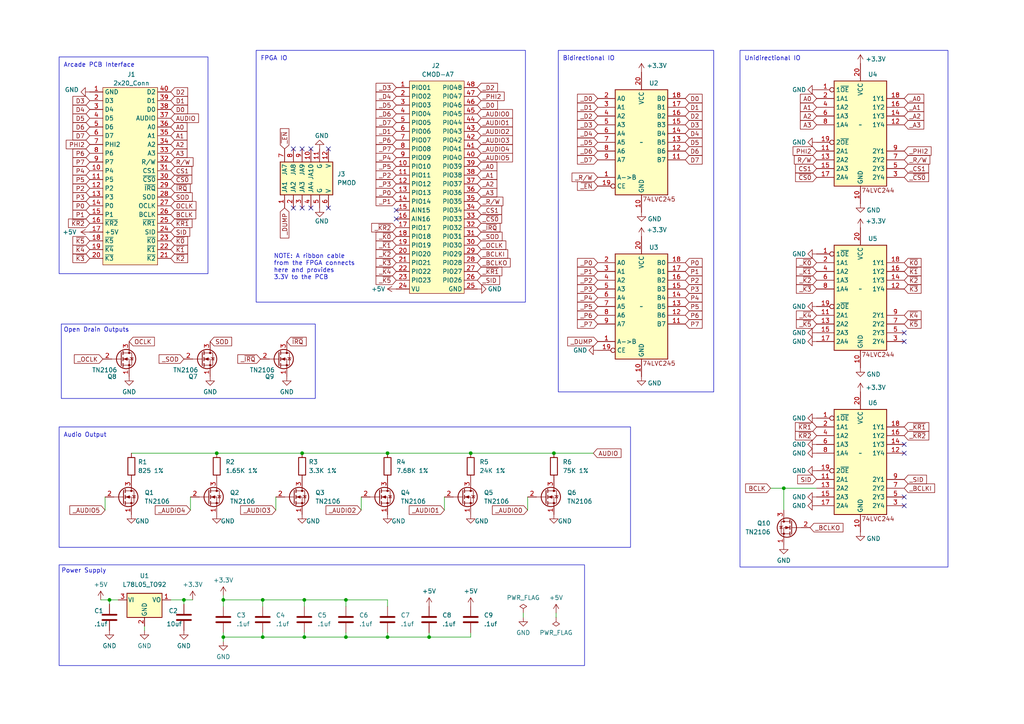
<source format=kicad_sch>
(kicad_sch (version 20230121) (generator eeschema)
  (paper "A4")
  (junction (at 64.77 173.99))
  (junction (at 76.2 184.785))
  (junction (at 88.265 173.99))
  (junction (at 160.655 131.445))
  (junction (at 64.77 184.785))
  (junction (at 76.2 173.99))
  (junction (at 87.63 131.445))
  (junction (at 100.33 184.785))
  (junction (at 227.33 141.605))
  (junction (at 31.75 173.99))
  (junction (at 88.265 184.785))
  (junction (at 112.395 184.785))
  (junction (at 62.865 131.445))
  (junction (at 124.46 184.785))
  (junction (at 136.525 131.445))
  (junction (at 53.34 173.99))
  (junction (at 100.33 173.99))
  (junction (at 112.395 131.445))
  (no_connect (at 85.09 43.18))
  (no_connect (at 87.63 60.325))
  (no_connect (at 87.63 43.18))
  (no_connect (at 262.255 131.445))
  (no_connect (at 262.255 146.685))
  (no_connect (at 90.17 43.18))
  (no_connect (at 114.935 60.96))
  (no_connect (at 95.25 60.325))
  (no_connect (at 90.17 60.325))
  (no_connect (at 114.935 63.5))
  (no_connect (at 262.255 128.905))
  (no_connect (at 85.09 60.325))
  (no_connect (at 262.255 99.06))
  (no_connect (at 262.255 144.145))
  (no_connect (at 262.255 96.52))
  (no_connect (at 95.25 43.18))
  (wire (pts (xy 64.77 184.785) (xy 64.77 186.055)))
  (wire (pts (xy 49.53 173.99) (xy 53.34 173.99)))
  (wire (pts (xy 53.34 173.99) (xy 55.88 173.99)))
  (wire (pts (xy 30.48 144.145) (xy 30.48 147.955)))
  (wire (pts (xy 88.265 173.99) (xy 100.33 173.99)))
  (wire (pts (xy 31.75 173.99) (xy 34.29 173.99)))
  (wire (pts (xy 31.75 173.99) (xy 31.75 175.26)))
  (wire (pts (xy 88.265 184.785) (xy 76.2 184.785)))
  (wire (pts (xy 223.52 141.605) (xy 227.33 141.605)))
  (wire (pts (xy 76.2 184.785) (xy 76.2 183.515)))
  (wire (pts (xy 161.29 177.8) (xy 161.29 179.07)))
  (wire (pts (xy 128.905 144.145) (xy 128.905 147.955)))
  (wire (pts (xy 124.46 184.785) (xy 136.525 184.785)))
  (wire (pts (xy 29.21 173.99) (xy 31.75 173.99)))
  (wire (pts (xy 112.395 184.785) (xy 112.395 183.515)))
  (wire (pts (xy 76.2 173.99) (xy 88.265 173.99)))
  (wire (pts (xy 53.34 173.99) (xy 53.34 175.26)))
  (wire (pts (xy 100.33 173.99) (xy 100.33 175.895)))
  (wire (pts (xy 124.46 183.515) (xy 124.46 184.785)))
  (wire (pts (xy 100.33 184.785) (xy 112.395 184.785)))
  (wire (pts (xy 64.77 173.99) (xy 64.77 175.895)))
  (wire (pts (xy 55.245 144.145) (xy 55.245 147.955)))
  (wire (pts (xy 104.775 144.145) (xy 104.775 147.955)))
  (wire (pts (xy 80.01 144.145) (xy 80.01 147.955)))
  (wire (pts (xy 64.77 172.72) (xy 64.77 173.99)))
  (wire (pts (xy 38.1 131.445) (xy 62.865 131.445)))
  (wire (pts (xy 64.77 184.785) (xy 76.2 184.785)))
  (wire (pts (xy 100.33 173.99) (xy 112.395 173.99)))
  (wire (pts (xy 227.33 141.605) (xy 236.855 141.605)))
  (wire (pts (xy 153.035 144.145) (xy 153.035 147.955)))
  (wire (pts (xy 151.765 177.8) (xy 151.765 179.07)))
  (wire (pts (xy 112.395 173.99) (xy 112.395 175.895)))
  (wire (pts (xy 136.525 131.445) (xy 160.655 131.445)))
  (wire (pts (xy 88.265 173.99) (xy 88.265 175.895)))
  (wire (pts (xy 76.2 173.99) (xy 76.2 175.895)))
  (wire (pts (xy 87.63 131.445) (xy 112.395 131.445)))
  (wire (pts (xy 227.33 141.605) (xy 227.33 147.955)))
  (wire (pts (xy 160.655 131.445) (xy 172.085 131.445)))
  (wire (pts (xy 62.865 131.445) (xy 87.63 131.445)))
  (wire (pts (xy 88.265 183.515) (xy 88.265 184.785)))
  (wire (pts (xy 112.395 131.445) (xy 136.525 131.445)))
  (wire (pts (xy 112.395 184.785) (xy 124.46 184.785)))
  (wire (pts (xy 64.77 173.99) (xy 76.2 173.99)))
  (wire (pts (xy 100.33 184.785) (xy 100.33 183.515)))
  (wire (pts (xy 136.525 184.785) (xy 136.525 183.515)))
  (wire (pts (xy 41.91 182.88) (xy 41.91 181.61)))
  (wire (pts (xy 64.77 183.515) (xy 64.77 184.785)))
  (wire (pts (xy 88.265 184.785) (xy 100.33 184.785)))
  (rectangle (start 17.145 123.825) (end 182.88 158.75))
  (rectangle (start 161.925 14.605) (end 207.01 113.665))
  (rectangle (start 214.63 14.605) (end 274.955 164.465))
  (rectangle (start 17.78 93.98) (end 91.44 115.57))
  (rectangle (start 74.295 14.605) (end 152.4 87.63))
  (rectangle (start 17.145 163.83) (end 169.545 193.04))
  (rectangle (start 17.145 16.51) (end 60.325 79.375))
  (text "Audio Output" (at 18.415 127 0) (effects (font (size 1.27 1.27)) (justify left bottom)))
  (text "Power Supply" (at 17.78 166.37 0) (effects (font (size 1.27 1.27)) (justify left bottom)))
  (text "NOTE: A ribbon cable \nfrom the FPGA connects\nhere and provides\n3.3V to the PCB" (at 79.375 81.28 0) (effects (font (size 1.27 1.27)) (justify left bottom)))
  (text "Open Drain Outputs" (at 18.415 96.52 0) (effects (font (size 1.27 1.27)) (justify left bottom)))
  (text "FPGA IO" (at 75.565 17.78 0) (effects (font (size 1.27 1.27)) (justify left bottom)))
  (text "Unidirectional IO" (at 215.9 17.78 0) (effects (font (size 1.27 1.27)) (justify left bottom)))
  (text "Arcade PCB Interface" (at 18.415 19.685 0) (effects (font (size 1.27 1.27)) (justify left bottom)))
  (text "Bidirectional IO" (at 163.195 17.78 0) (effects (font (size 1.27 1.27)) (justify left bottom)))
  (global_label "~{K2}" (shape input) (at 262.255 81.28 0) (property "Intersheetrefs" "${INTERSHEET_REFS}" (effects hide)))
  (global_label "_A3" (shape input) (at 262.255 36.195 0) (property "Intersheetrefs" "${INTERSHEET_REFS}" (effects hide)))
  (global_label "P5" (shape input) (at 198.755 88.9 0) (property "Intersheetrefs" "${INTERSHEET_REFS}" (effects hide)))
  (global_label "_~{K4}" (shape input) (at 236.855 91.44 180) (property "Intersheetrefs" "${INTERSHEET_REFS}" (effects hide)))
  (global_label "_P6" (shape input) (at 114.935 40.64 180) (property "Intersheetrefs" "${INTERSHEET_REFS}" (effects hide)))
  (global_label "SID" (shape input) (at 49.53 67.31 0) (property "Intersheetrefs" "${INTERSHEET_REFS}" (effects hide)))
  (global_label "_D4" (shape input) (at 173.355 38.735 180) (property "Intersheetrefs" "${INTERSHEET_REFS}" (effects hide)))
  (global_label "P2" (shape input) (at 26.035 54.61 180) (property "Intersheetrefs" "${INTERSHEET_REFS}" (effects hide)))
  (global_label "OCLK" (shape input) (at 37.465 99.06 0) (property "Intersheetrefs" "${INTERSHEET_REFS}" (effects hide)))
  (global_label "R{slash}W" (shape input) (at 236.855 46.355 180) (property "Intersheetrefs" "${INTERSHEET_REFS}" (effects hide)))
  (global_label "P6" (shape input) (at 198.755 91.44 0) (property "Intersheetrefs" "${INTERSHEET_REFS}" (effects hide)))
  (global_label "D2" (shape input) (at 49.53 26.67 0) (property "Intersheetrefs" "${INTERSHEET_REFS}" (effects hide)))
  (global_label "P0" (shape input) (at 26.035 59.69 180) (property "Intersheetrefs" "${INTERSHEET_REFS}" (effects hide)))
  (global_label "_AUDIO4" (shape input) (at 55.245 147.955 180) (property "Intersheetrefs" "${INTERSHEET_REFS}" (effects hide)))
  (global_label "D5" (shape input) (at 26.035 34.29 180) (property "Intersheetrefs" "${INTERSHEET_REFS}" (effects hide)))
  (global_label "_DUMP" (shape input) (at 82.55 60.325 270) (property "Intersheetrefs" "${INTERSHEET_REFS}" (effects hide)))
  (global_label "_A0" (shape input) (at 138.43 48.26 0) (property "Intersheetrefs" "${INTERSHEET_REFS}" (effects hide)))
  (global_label "~{K4}" (shape input) (at 26.035 72.39 180) (property "Intersheetrefs" "${INTERSHEET_REFS}" (effects hide)))
  (global_label "P5" (shape input) (at 26.035 52.07 180) (property "Intersheetrefs" "${INTERSHEET_REFS}" (effects hide)))
  (global_label "D7" (shape input) (at 198.755 46.355 0) (property "Intersheetrefs" "${INTERSHEET_REFS}" (effects hide)))
  (global_label "~{IRQ}" (shape input) (at 49.53 54.61 0) (property "Intersheetrefs" "${INTERSHEET_REFS}" (effects hide)))
  (global_label "~{KR2}" (shape input) (at 236.855 126.365 180) (property "Intersheetrefs" "${INTERSHEET_REFS}" (effects hide)))
  (global_label "D1" (shape input) (at 198.755 31.115 0) (property "Intersheetrefs" "${INTERSHEET_REFS}" (effects hide)))
  (global_label "_~{K5}" (shape input) (at 236.855 93.98 180) (property "Intersheetrefs" "${INTERSHEET_REFS}" (effects hide)))
  (global_label "P4" (shape input) (at 26.035 49.53 180) (property "Intersheetrefs" "${INTERSHEET_REFS}" (effects hide)))
  (global_label "_AUDIO5" (shape input) (at 138.43 45.72 0) (property "Intersheetrefs" "${INTERSHEET_REFS}" (effects hide)))
  (global_label "P2" (shape input) (at 198.755 81.28 0) (property "Intersheetrefs" "${INTERSHEET_REFS}" (effects hide)))
  (global_label "A1" (shape input) (at 49.53 39.37 0) (property "Intersheetrefs" "${INTERSHEET_REFS}" (effects hide)))
  (global_label "P7" (shape input) (at 26.035 46.99 180) (property "Intersheetrefs" "${INTERSHEET_REFS}" (effects hide)))
  (global_label "~{_EN}" (shape input) (at 173.355 53.975 180) (property "Intersheetrefs" "${INTERSHEET_REFS}" (effects hide)))
  (global_label "_CS1" (shape input) (at 138.43 60.96 0) (property "Intersheetrefs" "${INTERSHEET_REFS}" (effects hide)))
  (global_label "_~{K4}" (shape input) (at 114.935 78.74 180) (property "Intersheetrefs" "${INTERSHEET_REFS}" (effects hide)))
  (global_label "_A1" (shape input) (at 138.43 50.8 0) (property "Intersheetrefs" "${INTERSHEET_REFS}" (effects hide)))
  (global_label "~{KR1}" (shape input) (at 49.53 64.77 0) (property "Intersheetrefs" "${INTERSHEET_REFS}" (effects hide)))
  (global_label "_SOD" (shape input) (at 53.34 104.14 180) (property "Intersheetrefs" "${INTERSHEET_REFS}" (effects hide)))
  (global_label "_P7" (shape input) (at 114.935 43.18 180) (property "Intersheetrefs" "${INTERSHEET_REFS}" (effects hide)))
  (global_label "_P5" (shape input) (at 173.355 88.9 180) (property "Intersheetrefs" "${INTERSHEET_REFS}" (effects hide)))
  (global_label "~{K0}" (shape input) (at 262.255 76.2 0) (property "Intersheetrefs" "${INTERSHEET_REFS}" (effects hide)))
  (global_label "~{KR2}" (shape input) (at 26.035 64.77 180) (property "Intersheetrefs" "${INTERSHEET_REFS}" (effects hide)))
  (global_label "AUDIO" (shape input) (at 172.085 131.445 0) (property "Intersheetrefs" "${INTERSHEET_REFS}" (effects hide)))
  (global_label "~{KR1}" (shape input) (at 236.855 123.825 180) (property "Intersheetrefs" "${INTERSHEET_REFS}" (effects hide)))
  (global_label "_AUDIO4" (shape input) (at 138.43 43.18 0) (property "Intersheetrefs" "${INTERSHEET_REFS}" (effects hide)))
  (global_label "_A0" (shape input) (at 262.255 28.575 0) (property "Intersheetrefs" "${INTERSHEET_REFS}" (effects hide)))
  (global_label "_A1" (shape input) (at 262.255 31.115 0) (property "Intersheetrefs" "${INTERSHEET_REFS}" (effects hide)))
  (global_label "_D0" (shape input) (at 138.43 30.48 0) (property "Intersheetrefs" "${INTERSHEET_REFS}" (effects hide)))
  (global_label "P3" (shape input) (at 198.755 83.82 0) (property "Intersheetrefs" "${INTERSHEET_REFS}" (effects hide)))
  (global_label "_A3" (shape input) (at 138.43 55.88 0) (property "Intersheetrefs" "${INTERSHEET_REFS}" (effects hide)))
  (global_label "A3" (shape input) (at 49.53 44.45 0) (property "Intersheetrefs" "${INTERSHEET_REFS}" (effects hide)))
  (global_label "_AUDIO2" (shape input) (at 104.775 147.955 180) (property "Intersheetrefs" "${INTERSHEET_REFS}" (effects hide)))
  (global_label "_D0" (shape input) (at 173.355 28.575 180) (property "Intersheetrefs" "${INTERSHEET_REFS}" (effects hide)))
  (global_label "_~{K0}" (shape input) (at 114.935 68.58 180) (property "Intersheetrefs" "${INTERSHEET_REFS}" (effects hide)))
  (global_label "_D4" (shape input) (at 114.935 27.94 180) (property "Intersheetrefs" "${INTERSHEET_REFS}" (effects hide)))
  (global_label "_BCLKI" (shape input) (at 138.43 73.66 0) (property "Intersheetrefs" "${INTERSHEET_REFS}" (effects hide)))
  (global_label "_P0" (shape input) (at 114.935 55.88 180) (property "Intersheetrefs" "${INTERSHEET_REFS}" (effects hide)))
  (global_label "_AUDIO1" (shape input) (at 138.43 35.56 0) (property "Intersheetrefs" "${INTERSHEET_REFS}" (effects hide)))
  (global_label "_P4" (shape input) (at 114.935 45.72 180) (property "Intersheetrefs" "${INTERSHEET_REFS}" (effects hide)))
  (global_label "BCLK" (shape input) (at 49.53 62.23 0) (property "Intersheetrefs" "${INTERSHEET_REFS}" (effects hide)))
  (global_label "_R{slash}W" (shape input) (at 173.355 51.435 180) (property "Intersheetrefs" "${INTERSHEET_REFS}" (effects hide)))
  (global_label "~{K2}" (shape input) (at 49.53 74.93 0) (property "Intersheetrefs" "${INTERSHEET_REFS}" (effects hide)))
  (global_label "_P3" (shape input) (at 114.935 53.34 180) (property "Intersheetrefs" "${INTERSHEET_REFS}" (effects hide)))
  (global_label "_A2" (shape input) (at 262.255 33.655 0) (property "Intersheetrefs" "${INTERSHEET_REFS}" (effects hide)))
  (global_label "A3" (shape input) (at 236.855 36.195 180) (property "Intersheetrefs" "${INTERSHEET_REFS}" (effects hide)))
  (global_label "~{K5}" (shape input) (at 26.035 69.85 180) (property "Intersheetrefs" "${INTERSHEET_REFS}" (effects hide)))
  (global_label "~{K5}" (shape input) (at 262.255 93.98 0) (property "Intersheetrefs" "${INTERSHEET_REFS}" (effects hide)))
  (global_label "~{K4}" (shape input) (at 262.255 91.44 0) (property "Intersheetrefs" "${INTERSHEET_REFS}" (effects hide)))
  (global_label "_BCLKO" (shape input) (at 234.95 153.035 0) (property "Intersheetrefs" "${INTERSHEET_REFS}" (effects hide)))
  (global_label "A0" (shape input) (at 236.855 28.575 180) (property "Intersheetrefs" "${INTERSHEET_REFS}" (effects hide)))
  (global_label "~{CS0}" (shape input) (at 49.53 52.07 0) (property "Intersheetrefs" "${INTERSHEET_REFS}" (effects hide)))
  (global_label "D4" (shape input) (at 26.035 31.75 180) (property "Intersheetrefs" "${INTERSHEET_REFS}" (effects hide)))
  (global_label "P6" (shape input) (at 26.035 44.45 180) (property "Intersheetrefs" "${INTERSHEET_REFS}" (effects hide)))
  (global_label "_D6" (shape input) (at 173.355 43.815 180) (property "Intersheetrefs" "${INTERSHEET_REFS}" (effects hide)))
  (global_label "_~{CS0}" (shape input) (at 138.43 63.5 0) (property "Intersheetrefs" "${INTERSHEET_REFS}" (effects hide)))
  (global_label "_~{K0}" (shape input) (at 236.855 76.2 180) (property "Intersheetrefs" "${INTERSHEET_REFS}" (effects hide)))
  (global_label "AUDIO" (shape input) (at 49.53 34.29 0) (property "Intersheetrefs" "${INTERSHEET_REFS}" (effects hide)))
  (global_label "~{K1}" (shape input) (at 262.255 78.74 0) (property "Intersheetrefs" "${INTERSHEET_REFS}" (effects hide)))
  (global_label "_OCLK" (shape input) (at 29.845 104.14 180) (property "Intersheetrefs" "${INTERSHEET_REFS}" (effects hide)))
  (global_label "_~{K5}" (shape input) (at 114.935 81.28 180) (property "Intersheetrefs" "${INTERSHEET_REFS}" (effects hide)))
  (global_label "OCLK" (shape input) (at 49.53 59.69 0) (property "Intersheetrefs" "${INTERSHEET_REFS}" (effects hide)))
  (global_label "_SID" (shape input) (at 262.255 139.065 0) (property "Intersheetrefs" "${INTERSHEET_REFS}" (effects hide)))
  (global_label "_AUDIO3" (shape input) (at 138.43 40.64 0) (property "Intersheetrefs" "${INTERSHEET_REFS}" (effects hide)))
  (global_label "_~{KR2}" (shape input) (at 114.935 66.04 180) (property "Intersheetrefs" "${INTERSHEET_REFS}" (effects hide)))
  (global_label "_AUDIO3" (shape input) (at 80.01 147.955 180) (property "Intersheetrefs" "${INTERSHEET_REFS}" (effects hide)))
  (global_label "_SID" (shape input) (at 138.43 81.28 0) (property "Intersheetrefs" "${INTERSHEET_REFS}" (effects hide)))
  (global_label "D0" (shape input) (at 198.755 28.575 0) (property "Intersheetrefs" "${INTERSHEET_REFS}" (effects hide)))
  (global_label "_OCLK" (shape input) (at 138.43 71.12 0) (property "Intersheetrefs" "${INTERSHEET_REFS}" (effects hide)))
  (global_label "_AUDIO5" (shape input) (at 30.48 147.955 180) (property "Intersheetrefs" "${INTERSHEET_REFS}" (effects hide)))
  (global_label "_A2" (shape input) (at 138.43 53.34 0) (property "Intersheetrefs" "${INTERSHEET_REFS}" (effects hide)))
  (global_label "CS1" (shape input) (at 236.855 48.895 180) (property "Intersheetrefs" "${INTERSHEET_REFS}" (effects hide)))
  (global_label "CS1" (shape input) (at 49.53 49.53 0) (property "Intersheetrefs" "${INTERSHEET_REFS}" (effects hide)))
  (global_label "SID" (shape input) (at 236.855 139.065 180) (property "Intersheetrefs" "${INTERSHEET_REFS}" (effects hide)))
  (global_label "_P1" (shape input) (at 173.355 78.74 180) (property "Intersheetrefs" "${INTERSHEET_REFS}" (effects hide)))
  (global_label "_PHI2" (shape input) (at 138.43 27.94 0) (property "Intersheetrefs" "${INTERSHEET_REFS}" (effects hide)))
  (global_label "~{K0}" (shape input) (at 49.53 69.85 0) (property "Intersheetrefs" "${INTERSHEET_REFS}" (effects hide)))
  (global_label "_D5" (shape input) (at 173.355 41.275 180) (property "Intersheetrefs" "${INTERSHEET_REFS}" (effects hide)))
  (global_label "_P2" (shape input) (at 114.935 50.8 180) (property "Intersheetrefs" "${INTERSHEET_REFS}" (effects hide)))
  (global_label "_AUDIO0" (shape input) (at 138.43 33.02 0) (property "Intersheetrefs" "${INTERSHEET_REFS}" (effects hide)))
  (global_label "_D7" (shape input) (at 173.355 46.355 180) (property "Intersheetrefs" "${INTERSHEET_REFS}" (effects hide)))
  (global_label "_DUMP" (shape input) (at 173.355 99.06 180) (property "Intersheetrefs" "${INTERSHEET_REFS}" (effects hide)))
  (global_label "_D1" (shape input) (at 114.935 38.1 180) (property "Intersheetrefs" "${INTERSHEET_REFS}" (effects hide)))
  (global_label "_PHI2" (shape input) (at 262.255 43.815 0) (property "Intersheetrefs" "${INTERSHEET_REFS}" (effects hide)))
  (global_label "_~{IRQ}" (shape input) (at 75.565 104.14 180) (property "Intersheetrefs" "${INTERSHEET_REFS}" (effects hide)))
  (global_label "_P6" (shape input) (at 173.355 91.44 180) (property "Intersheetrefs" "${INTERSHEET_REFS}" (effects hide)))
  (global_label "_~{IRQ}" (shape input) (at 138.43 66.04 0) (property "Intersheetrefs" "${INTERSHEET_REFS}" (effects hide)))
  (global_label "_D6" (shape input) (at 114.935 33.02 180) (property "Intersheetrefs" "${INTERSHEET_REFS}" (effects hide)))
  (global_label "_CS1" (shape input) (at 262.255 48.895 0) (property "Intersheetrefs" "${INTERSHEET_REFS}" (effects hide)))
  (global_label "_P0" (shape input) (at 173.355 76.2 180) (property "Intersheetrefs" "${INTERSHEET_REFS}" (effects hide)))
  (global_label "_SOD" (shape input) (at 138.43 68.58 0) (property "Intersheetrefs" "${INTERSHEET_REFS}" (effects hide)))
  (global_label "P7" (shape input) (at 198.755 93.98 0) (property "Intersheetrefs" "${INTERSHEET_REFS}" (effects hide)))
  (global_label "P1" (shape input) (at 198.755 78.74 0) (property "Intersheetrefs" "${INTERSHEET_REFS}" (effects hide)))
  (global_label "~{K3}" (shape input) (at 26.035 74.93 180) (property "Intersheetrefs" "${INTERSHEET_REFS}" (effects hide)))
  (global_label "_~{K3}" (shape input) (at 114.935 76.2 180) (property "Intersheetrefs" "${INTERSHEET_REFS}" (effects hide)))
  (global_label "D5" (shape input) (at 198.755 41.275 0) (property "Intersheetrefs" "${INTERSHEET_REFS}" (effects hide)))
  (global_label "_D3" (shape input) (at 173.355 36.195 180) (property "Intersheetrefs" "${INTERSHEET_REFS}" (effects hide)))
  (global_label "_D7" (shape input) (at 114.935 35.56 180) (property "Intersheetrefs" "${INTERSHEET_REFS}" (effects hide)))
  (global_label "SOD" (shape input) (at 49.53 57.15 0) (property "Intersheetrefs" "${INTERSHEET_REFS}" (effects hide)))
  (global_label "P0" (shape input) (at 198.755 76.2 0) (property "Intersheetrefs" "${INTERSHEET_REFS}" (effects hide)))
  (global_label "D6" (shape input) (at 26.035 36.83 180) (property "Intersheetrefs" "${INTERSHEET_REFS}" (effects hide)))
  (global_label "A2" (shape input) (at 236.855 33.655 180) (property "Intersheetrefs" "${INTERSHEET_REFS}" (effects hide)))
  (global_label "_R{slash}W" (shape input) (at 262.255 46.355 0) (property "Intersheetrefs" "${INTERSHEET_REFS}" (effects hide)))
  (global_label "A2" (shape input) (at 49.53 41.91 0) (property "Intersheetrefs" "${INTERSHEET_REFS}" (effects hide)))
  (global_label "A1" (shape input) (at 236.855 31.115 180) (property "Intersheetrefs" "${INTERSHEET_REFS}" (effects hide)))
  (global_label "D0" (shape input) (at 49.53 31.75 0) (property "Intersheetrefs" "${INTERSHEET_REFS}" (effects hide)))
  (global_label "~{IRQ}" (shape input) (at 83.185 99.06 0) (property "Intersheetrefs" "${INTERSHEET_REFS}" (effects hide)))
  (global_label "D2" (shape input) (at 198.755 33.655 0) (property "Intersheetrefs" "${INTERSHEET_REFS}" (effects hide)))
  (global_label "~{CS0}" (shape input) (at 236.855 51.435 180) (property "Intersheetrefs" "${INTERSHEET_REFS}" (effects hide)))
  (global_label "_~{K1}" (shape input) (at 114.935 71.12 180) (property "Intersheetrefs" "${INTERSHEET_REFS}" (effects hide)))
  (global_label "D3" (shape input) (at 198.755 36.195 0) (property "Intersheetrefs" "${INTERSHEET_REFS}" (effects hide)))
  (global_label "D3" (shape input) (at 26.035 29.21 180) (property "Intersheetrefs" "${INTERSHEET_REFS}" (effects hide)))
  (global_label "_~{K3}" (shape input) (at 236.855 83.82 180) (property "Intersheetrefs" "${INTERSHEET_REFS}" (effects hide)))
  (global_label "_D1" (shape input) (at 173.355 31.115 180) (property "Intersheetrefs" "${INTERSHEET_REFS}" (effects hide)))
  (global_label "D7" (shape input) (at 26.035 39.37 180) (property "Intersheetrefs" "${INTERSHEET_REFS}" (effects hide)))
  (global_label "_~{CS0}" (shape input) (at 262.255 51.435 0) (property "Intersheetrefs" "${INTERSHEET_REFS}" (effects hide)))
  (global_label "~{_EN}" (shape input) (at 82.55 43.18 90) (property "Intersheetrefs" "${INTERSHEET_REFS}" (effects hide)))
  (global_label "_~{K2}" (shape input) (at 114.935 73.66 180) (property "Intersheetrefs" "${INTERSHEET_REFS}" (effects hide)))
  (global_label "_D2" (shape input) (at 173.355 33.655 180) (property "Intersheetrefs" "${INTERSHEET_REFS}" (effects hide)))
  (global_label "_P3" (shape input) (at 173.355 83.82 180) (property "Intersheetrefs" "${INTERSHEET_REFS}" (effects hide)))
  (global_label "BCLK" (shape input) (at 223.52 141.605 180) (property "Intersheetrefs" "${INTERSHEET_REFS}" (effects hide)))
  (global_label "D1" (shape input) (at 49.53 29.21 0) (property "Intersheetrefs" "${INTERSHEET_REFS}" (effects hide)))
  (global_label "D4" (shape input) (at 198.755 38.735 0) (property "Intersheetrefs" "${INTERSHEET_REFS}" (effects hide)))
  (global_label "_~{KR1}" (shape input) (at 262.255 123.825 0) (property "Intersheetrefs" "${INTERSHEET_REFS}" (effects hide)))
  (global_label "_~{K1}" (shape input) (at 236.855 78.74 180) (property "Intersheetrefs" "${INTERSHEET_REFS}" (effects hide)))
  (global_label "~{K3}" (shape input) (at 262.255 83.82 0) (property "Intersheetrefs" "${INTERSHEET_REFS}" (effects hide)))
  (global_label "_P2" (shape input) (at 173.355 81.28 180) (property "Intersheetrefs" "${INTERSHEET_REFS}" (effects hide)))
  (global_label "P4" (shape input) (at 198.755 86.36 0) (property "Intersheetrefs" "${INTERSHEET_REFS}" (effects hide)))
  (global_label "_R{slash}W" (shape input) (at 138.43 58.42 0) (property "Intersheetrefs" "${INTERSHEET_REFS}" (effects hide)))
  (global_label "R{slash}W" (shape input) (at 49.53 46.99 0) (property "Intersheetrefs" "${INTERSHEET_REFS}" (effects hide)))
  (global_label "_AUDIO2" (shape input) (at 138.43 38.1 0) (property "Intersheetrefs" "${INTERSHEET_REFS}" (effects hide)))
  (global_label "_P4" (shape input) (at 173.355 86.36 180) (property "Intersheetrefs" "${INTERSHEET_REFS}" (effects hide)))
  (global_label "D6" (shape input) (at 198.755 43.815 0) (property "Intersheetrefs" "${INTERSHEET_REFS}" (effects hide)))
  (global_label "_P5" (shape input) (at 114.935 48.26 180) (property "Intersheetrefs" "${INTERSHEET_REFS}" (effects hide)))
  (global_label "_~{KR2}" (shape input) (at 262.255 126.365 0) (property "Intersheetrefs" "${INTERSHEET_REFS}" (effects hide)))
  (global_label "~{K1}" (shape input) (at 49.53 72.39 0) (property "Intersheetrefs" "${INTERSHEET_REFS}" (effects hide)))
  (global_label "P1" (shape input) (at 26.035 62.23 180) (property "Intersheetrefs" "${INTERSHEET_REFS}" (effects hide)))
  (global_label "_D2" (shape input) (at 138.43 25.4 0) (property "Intersheetrefs" "${INTERSHEET_REFS}" (effects hide)))
  (global_label "_AUDIO0" (shape input) (at 153.035 147.955 180) (property "Intersheetrefs" "${INTERSHEET_REFS}" (effects hide)))
  (global_label "SOD" (shape input) (at 60.96 99.06 0) (property "Intersheetrefs" "${INTERSHEET_REFS}" (effects hide)))
  (global_label "_D3" (shape input) (at 114.935 25.4 180) (property "Intersheetrefs" "${INTERSHEET_REFS}" (effects hide)))
  (global_label "_BCLKI" (shape input) (at 262.255 141.605 0) (property "Intersheetrefs" "${INTERSHEET_REFS}" (effects hide)))
  (global_label "_P7" (shape input) (at 173.355 93.98 180) (property "Intersheetrefs" "${INTERSHEET_REFS}" (effects hide)))
  (global_label "_~{KR1}" (shape input) (at 138.43 78.74 0) (property "Intersheetrefs" "${INTERSHEET_REFS}" (effects hide)))
  (global_label "_D5" (shape input) (at 114.935 30.48 180) (property "Intersheetrefs" "${INTERSHEET_REFS}" (effects hide)))
  (global_label "_BCLKO" (shape input) (at 138.43 76.2 0) (property "Intersheetrefs" "${INTERSHEET_REFS}" (effects hide)))
  (global_label "PHI2" (shape input) (at 26.035 41.91 180) (property "Intersheetrefs" "${INTERSHEET_REFS}" (effects hide)))
  (global_label "_P1" (shape input) (at 114.935 58.42 180) (property "Intersheetrefs" "${INTERSHEET_REFS}" (effects hide)))
  (global_label "A0" (shape input) (at 49.53 36.83 0) (property "Intersheetrefs" "${INTERSHEET_REFS}" (effects hide)))
  (global_label "P3" (shape input) (at 26.035 57.15 180) (property "Intersheetrefs" "${INTERSHEET_REFS}" (effects hide)))
  (global_label "PHI2" (shape input) (at 236.855 43.815 180) (property "Intersheetrefs" "${INTERSHEET_REFS}" (effects hide)))
  (global_label "_~{K2}" (shape input) (at 236.855 81.28 180) (property "Intersheetrefs" "${INTERSHEET_REFS}" (effects hide)))
  (global_label "_AUDIO1" (shape input) (at 128.905 147.955 180) (property "Intersheetrefs" "${INTERSHEET_REFS}" (effects hide)))
  (symbol (lib_name "+3.3V_2") (lib_id "power:+3.3V") (at 249.555 113.665 0) (unit 1)
    (property "Reference" "#PWR049" (effects hide))
    (property "Value" "+3.3V" (at 254 112.395 0))
  )
  (symbol (lib_id "Device:C") (at 31.75 179.07 0) (unit 1)
    (property "Reference" "C1" (at 27.305 177.165 0) (effects (justify left)))
    (property "Value" ".1uf" (at 27.305 180.975 0) (effects (justify left)))
    (property "Footprint" "Capacitor_THT:C_Axial_L3.8mm_D2.6mm_P10.00mm_Horizontal" (effects hide))
  )
  (symbol (lib_name "GND_1") (lib_id "power:GND") (at 236.855 121.285 270) (unit 1)
    (property "Reference" "#PWR041" (effects hide))
    (property "Value" "GND" (at 231.775 121.285 90))
  )
  (symbol (lib_name "GND_1") (lib_id "power:GND") (at 160.655 149.225 0) (unit 1)
    (property "Reference" "#PWR032" (effects hide))
    (property "Value" "GND" (at 163.83 151.13 0))
  )
  (symbol (lib_id "POKEY:74LVC245_DIP") (at 186.055 88.9 0) (unit 1)
    (property "Reference" "U3" (at 188.2491 71.755 0) (effects (justify left)))
    (property "Value" "~" (at 186.055 88.9 0))
    (property "Footprint" "POKEY_Footprints:DIP_20" (effects hide))
  )
  (symbol (lib_id "Transistor_FET:2N7000") (at 58.42 104.14 0) (unit 1)
    (property "Reference" "Q7" (at 54.61 109.22 0) (effects (justify left)))
    (property "Value" "TN2106" (at 50.165 107.315 0) (effects (justify left)))
    (property "Footprint" "Package_TO_SOT_THT:TO-92_Inline" (effects hide))
    (property "Datasheet" "https://www.vishay.com/docs/70226/70226.pdf" (effects hide))
  )
  (symbol (lib_name "GND_1") (lib_id "power:GND") (at 64.77 186.055 0) (unit 1)
    (property "Reference" "#PWR028" (effects hide))
    (property "Value" "GND" (at 64.77 190.5 0))
  )
  (symbol (lib_name "GND_1") (lib_id "power:GND") (at 31.75 182.88 0) (unit 1)
    (property "Reference" "#PWR015" (effects hide))
    (property "Value" "GND" (at 31.75 187.325 0))
  )
  (symbol (lib_id "power:+5V") (at 26.035 67.31 90) (unit 1)
    (property "Reference" "#PWR014" (effects hide))
    (property "Value" "+5V" (at 22.225 67.31 90) (effects (justify left)))
  )
  (symbol (lib_name "GND_1") (lib_id "power:GND") (at 236.855 96.52 270) (unit 1)
    (property "Reference" "#PWR039" (effects hide))
    (property "Value" "GND" (at 231.775 96.52 90))
  )
  (symbol (lib_id "POKEY:74LVC244 DIP") (at 249.555 86.36 0) (unit 1)
    (property "Reference" "U5" (at 251.7491 69.215 0) (effects (justify left)))
    (property "Value" "~" (at 249.555 83.82 0))
    (property "Footprint" "POKEY_Footprints:DIP_20" (effects hide))
  )
  (symbol (lib_name "GND_1") (lib_id "power:GND") (at 83.185 109.22 0) (unit 1)
    (property "Reference" "#PWR035" (effects hide))
    (property "Value" "GND" (at 83.185 113.665 0))
  )
  (symbol (lib_name "GND_1") (lib_id "power:GND") (at 236.855 128.905 270) (unit 1)
    (property "Reference" "#PWR042" (effects hide))
    (property "Value" "GND" (at 231.775 128.905 90))
  )
  (symbol (lib_id "power:PWR_FLAG") (at 151.765 177.8 0) (unit 1)
    (property "Reference" "#FLG01" (effects hide))
    (property "Value" "PWR_FLAG" (at 151.765 173.355 0))
  )
  (symbol (lib_name "GND_1") (lib_id "power:GND") (at 227.33 158.115 0) (unit 1)
    (property "Reference" "#PWR036" (effects hide))
    (property "Value" "GND" (at 227.33 162.56 0))
  )
  (symbol (lib_id "Device:R") (at 87.63 135.255 0) (unit 1)
    (property "Reference" "R3" (at 89.535 133.985 0) (effects (justify left)))
    (property "Value" "3.3K 1%" (at 89.535 136.525 0) (effects (justify left)))
    (property "Footprint" "Resistor_THT:R_Axial_DIN0207_L6.3mm_D2.5mm_P10.16mm_Horizontal" (effects hide))
  )
  (symbol (lib_id "Transistor_FET:2N7000") (at 133.985 144.145 0) (unit 1)
    (property "Reference" "Q5" (at 140.335 142.875 0) (effects (justify left)))
    (property "Value" "TN2106" (at 140.335 145.415 0) (effects (justify left)))
    (property "Footprint" "Package_TO_SOT_THT:TO-92_Inline" (effects hide))
    (property "Datasheet" "https://www.vishay.com/docs/70226/70226.pdf" (effects hide))
  )
  (symbol (lib_id "Transistor_FET:2N7000") (at 80.645 104.14 0) (unit 1)
    (property "Reference" "Q9" (at 76.835 109.22 0) (effects (justify left)))
    (property "Value" "TN2106" (at 72.39 107.315 0) (effects (justify left)))
    (property "Footprint" "Package_TO_SOT_THT:TO-92_Inline" (effects hide))
    (property "Datasheet" "https://www.vishay.com/docs/70226/70226.pdf" (effects hide))
  )
  (symbol (lib_id "Device:C") (at 100.33 179.705 0) (unit 1)
    (property "Reference" "C6" (at 104.14 178.435 0) (effects (justify left)))
    (property "Value" ".1uf" (at 104.14 180.975 0) (effects (justify left)))
    (property "Footprint" "Capacitor_THT:C_Axial_L3.8mm_D2.6mm_P10.00mm_Horizontal" (effects hide))
  )
  (symbol (lib_name "GND_5") (lib_id "power:GND") (at 92.71 43.18 180) (unit 1)
    (property "Reference" "#PWR022" (effects hide))
    (property "Value" "GND" (at 93.345 39.37 0))
  )
  (symbol (lib_id "Device:R") (at 160.655 135.255 0) (unit 1)
    (property "Reference" "R6" (at 163.195 133.985 0) (effects (justify left)))
    (property "Value" "75K 1%" (at 163.195 136.525 0) (effects (justify left)))
    (property "Footprint" "Resistor_THT:R_Axial_DIN0207_L6.3mm_D2.5mm_P10.16mm_Horizontal" (effects hide))
  )
  (symbol (lib_id "Device:C") (at 112.395 179.705 0) (unit 1)
    (property "Reference" "C7" (at 116.205 178.435 0) (effects (justify left)))
    (property "Value" ".1uf" (at 116.205 180.975 0) (effects (justify left)))
    (property "Footprint" "Capacitor_THT:C_Axial_L3.8mm_D2.6mm_P10.00mm_Horizontal" (effects hide))
  )
  (symbol (lib_name "GND_1") (lib_id "power:GND") (at 151.765 179.07 0) (unit 1)
    (property "Reference" "#PWR019" (effects hide))
    (property "Value" "GND" (at 151.765 183.515 0))
  )
  (symbol (lib_name "+5V_1") (lib_id "power:+5V") (at 29.21 173.99 0) (unit 1)
    (property "Reference" "#PWR013" (effects hide))
    (property "Value" "+5V" (at 29.21 169.545 0))
  )
  (symbol (lib_name "+5V_1") (lib_id "power:+5V") (at 161.29 177.8 0) (unit 1)
    (property "Reference" "#PWR021" (effects hide))
    (property "Value" "+5V" (at 161.29 173.355 0))
  )
  (symbol (lib_id "POKEY:74LVC244 DIP") (at 249.555 38.735 0) (unit 1)
    (property "Reference" "U4" (at 251.7491 21.59 0) (effects (justify left)))
    (property "Value" "~" (at 249.555 36.195 0))
    (property "Footprint" "POKEY_Footprints:DIP_20" (effects hide))
  )
  (symbol (lib_name "GND_1") (lib_id "power:GND") (at 249.555 106.68 0) (unit 1)
    (property "Reference" "#PWR048" (effects hide))
    (property "Value" "GND" (at 253.365 108.585 0))
  )
  (symbol (lib_name "GND_1") (lib_id "power:GND") (at 186.055 61.595 0) (unit 1)
    (property "Reference" "#PWR06" (effects hide))
    (property "Value" "GND" (at 189.865 63.5 0))
  )
  (symbol (lib_id "Transistor_FET:2N7000") (at 35.56 144.145 0) (unit 1)
    (property "Reference" "Q1" (at 41.91 142.875 0) (effects (justify left)))
    (property "Value" "TN2106" (at 41.91 145.415 0) (effects (justify left)))
    (property "Footprint" "Package_TO_SOT_THT:TO-92_Inline" (effects hide))
    (property "Datasheet" "https://www.vishay.com/docs/70226/70226.pdf" (effects hide))
  )
  (symbol (lib_name "GND_1") (lib_id "power:GND") (at 136.525 149.225 0) (unit 1)
    (property "Reference" "#PWR029" (effects hide))
    (property "Value" "GND" (at 139.7 151.13 0))
  )
  (symbol (lib_name "+3.3V_2") (lib_id "power:+3.3V") (at 249.555 66.04 0) (unit 1)
    (property "Reference" "#PWR047" (effects hide))
    (property "Value" "+3.3V" (at 254 64.135 0))
  )
  (symbol (lib_id "Device:C") (at 136.525 179.705 0) (unit 1)
    (property "Reference" "C9" (at 140.335 178.435 0) (effects (justify left)))
    (property "Value" ".1uf" (at 140.335 180.975 0) (effects (justify left)))
    (property "Footprint" "Capacitor_THT:C_Axial_L3.8mm_D2.6mm_P10.00mm_Horizontal" (effects hide))
  )
  (symbol (lib_name "+3.3V_2") (lib_id "power:+3.3V") (at 55.88 173.99 0) (unit 1)
    (property "Reference" "#PWR026" (effects hide))
    (property "Value" "+3.3V" (at 55.88 169.545 0))
  )
  (symbol (lib_id "power:PWR_FLAG") (at 161.29 179.07 180) (unit 1)
    (property "Reference" "#FLG02" (effects hide))
    (property "Value" "PWR_FLAG" (at 161.29 183.515 0))
  )
  (symbol (lib_name "GND_1") (lib_id "power:GND") (at 236.855 146.685 270) (unit 1)
    (property "Reference" "#PWR046" (effects hide))
    (property "Value" "GND" (at 231.775 146.685 90))
  )
  (symbol (lib_name "GND_1") (lib_id "power:GND") (at 249.555 59.055 0) (unit 1)
    (property "Reference" "#PWR010" (effects hide))
    (property "Value" "GND" (at 253.365 60.96 0))
  )
  (symbol (lib_name "GND_1") (lib_id "power:GND") (at 38.1 149.225 0) (unit 1)
    (property "Reference" "#PWR04" (effects hide))
    (property "Value" "GND" (at 41.275 151.13 0))
  )
  (symbol (lib_id "Transistor_FET:2N7000") (at 34.925 104.14 0) (unit 1)
    (property "Reference" "Q8" (at 31.115 109.22 0) (effects (justify left)))
    (property "Value" "TN2106" (at 26.67 107.315 0) (effects (justify left)))
    (property "Footprint" "Package_TO_SOT_THT:TO-92_Inline" (effects hide))
    (property "Datasheet" "https://www.vishay.com/docs/70226/70226.pdf" (effects hide))
  )
  (symbol (lib_id "POKEY:74LVC245_DIP") (at 186.055 41.275 0) (unit 1)
    (property "Reference" "U2" (at 188.2491 24.13 0) (effects (justify left)))
    (property "Value" "~" (at 186.055 41.275 0))
    (property "Footprint" "POKEY_Footprints:DIP_20" (effects hide))
  )
  (symbol (lib_name "GND_1") (lib_id "power:GND") (at 249.555 154.305 0) (unit 1)
    (property "Reference" "#PWR050" (effects hide))
    (property "Value" "GND" (at 253.365 156.21 0))
  )
  (symbol (lib_name "GND_1") (lib_id "power:GND") (at 236.855 73.66 270) (unit 1)
    (property "Reference" "#PWR037" (effects hide))
    (property "Value" "GND" (at 231.775 73.66 90))
  )
  (symbol (lib_id "Device:R") (at 62.865 135.255 0) (unit 1)
    (property "Reference" "R2" (at 65.405 133.985 0) (effects (justify left)))
    (property "Value" "1.65K 1%" (at 65.405 136.525 0) (effects (justify left)))
    (property "Footprint" "Resistor_THT:R_Axial_DIN0207_L6.3mm_D2.5mm_P10.16mm_Horizontal" (effects hide))
  )
  (symbol (lib_name "GND_1") (lib_id "power:GND") (at 236.855 41.275 270) (unit 1)
    (property "Reference" "#PWR03" (effects hide))
    (property "Value" "GND" (at 231.775 41.275 90))
  )
  (symbol (lib_id "Transistor_FET:2N7000") (at 85.09 144.145 0) (unit 1)
    (property "Reference" "Q3" (at 91.44 142.875 0) (effects (justify left)))
    (property "Value" "TN2106" (at 91.44 145.415 0) (effects (justify left)))
    (property "Footprint" "Package_TO_SOT_THT:TO-92_Inline" (effects hide))
    (property "Datasheet" "https://www.vishay.com/docs/70226/70226.pdf" (effects hide))
  )
  (symbol (lib_name "GND_1") (lib_id "power:GND") (at 112.395 149.225 0) (unit 1)
    (property "Reference" "#PWR024" (effects hide))
    (property "Value" "GND" (at 115.57 151.13 0))
  )
  (symbol (lib_name "GND_1") (lib_id "power:GND") (at 186.055 109.22 0) (unit 1)
    (property "Reference" "#PWR08" (effects hide))
    (property "Value" "GND" (at 189.865 111.125 0))
  )
  (symbol (lib_id "Regulator_Linear:L78L05_TO92") (at 41.91 173.99 0) (unit 1)
    (property "Reference" "U1" (at 41.91 167.005 0))
    (property "Value" "L78L05_TO92" (at 41.91 169.545 0))
    (property "Footprint" "Package_TO_SOT_THT:TO-92_Inline" (effects hide))
    (property "Datasheet" "http://www.st.com/content/ccc/resource/technical/document/datasheet/15/55/e5/aa/23/5b/43/fd/CD00000446.pdf/files/CD00000446.pdf/jcr:content/translations/en.CD00000446.pdf" (effects hide))
  )
  (symbol (lib_name "GND_1") (lib_id "power:GND") (at 62.865 149.225 0) (unit 1)
    (property "Reference" "#PWR011" (effects hide))
    (property "Value" "GND" (at 66.04 151.13 0))
  )
  (symbol (lib_id "POKEY:2x20_Conn") (at 38.1 50.8 0) (unit 1)
    (property "Reference" "J1" (at 38.1 21.59 0))
    (property "Value" "2x20_Conn" (at 38.1 24.13 0))
    (property "Footprint" "POKEY_Footprints:Con_2X20" (effects hide))
  )
  (symbol (lib_id "Device:C") (at 64.77 179.705 0) (unit 1)
    (property "Reference" "C3" (at 68.58 178.435 0) (effects (justify left)))
    (property "Value" ".1uf" (at 68.58 180.975 0) (effects (justify left)))
    (property "Footprint" "Capacitor_THT:C_Axial_L3.8mm_D2.6mm_P10.00mm_Horizontal" (effects hide))
  )
  (symbol (lib_id "Device:R") (at 112.395 135.255 0) (unit 1)
    (property "Reference" "R4" (at 114.935 133.985 0) (effects (justify left)))
    (property "Value" "7.68K 1%" (at 114.935 136.525 0) (effects (justify left)))
    (property "Footprint" "Resistor_THT:R_Axial_DIN0207_L6.3mm_D2.5mm_P10.16mm_Horizontal" (effects hide))
  )
  (symbol (lib_name "GND_1") (lib_id "power:GND") (at 53.34 182.88 0) (unit 1)
    (property "Reference" "#PWR025" (effects hide))
    (property "Value" "GND" (at 53.34 187.325 0))
  )
  (symbol (lib_id "POKEY:PMOD") (at 88.9 52.07 0) (unit 1)
    (property "Reference" "J3" (at 97.79 50.4825 0) (effects (justify left)))
    (property "Value" "PMOD" (at 97.79 53.0225 0) (effects (justify left)))
    (property "Footprint" "POKEY_Footprints:PMOD" (effects hide))
  )
  (symbol (lib_name "GND_1") (lib_id "power:GND") (at 236.855 26.035 270) (unit 1)
    (property "Reference" "#PWR02" (effects hide))
    (property "Value" "GND" (at 231.775 26.035 90))
  )
  (symbol (lib_name "GND_1") (lib_id "power:GND") (at 173.355 101.6 270) (unit 1)
    (property "Reference" "#PWR01" (effects hide))
    (property "Value" "GND" (at 168.275 101.6 90))
  )
  (symbol (lib_id "POKEY:74LVC244 DIP") (at 249.555 133.985 0) (unit 1)
    (property "Reference" "U6" (at 251.7491 116.84 0) (effects (justify left)))
    (property "Value" "~" (at 249.555 131.445 0))
    (property "Footprint" "POKEY_Footprints:DIP_20" (effects hide))
  )
  (symbol (lib_name "GND_1") (lib_id "power:GND") (at 236.855 136.525 270) (unit 1)
    (property "Reference" "#PWR044" (effects hide))
    (property "Value" "GND" (at 231.775 136.525 90))
  )
  (symbol (lib_id "Device:C") (at 124.46 179.705 0) (unit 1)
    (property "Reference" "C8" (at 128.27 178.435 0) (effects (justify left)))
    (property "Value" ".1uf" (at 128.27 180.975 0) (effects (justify left)))
    (property "Footprint" "Capacitor_THT:C_Axial_L3.8mm_D2.6mm_P10.00mm_Horizontal" (effects hide))
  )
  (symbol (lib_name "+5V_1") (lib_id "power:+5V") (at 124.46 175.895 0) (unit 1)
    (property "Reference" "#PWR016" (effects hide))
    (property "Value" "+5V" (at 124.46 171.45 0))
  )
  (symbol (lib_id "Transistor_FET:2N7000") (at 158.115 144.145 0) (unit 1)
    (property "Reference" "Q6" (at 164.465 142.875 0) (effects (justify left)))
    (property "Value" "TN2106" (at 164.465 145.415 0) (effects (justify left)))
    (property "Footprint" "Package_TO_SOT_THT:TO-92_Inline" (effects hide))
    (property "Datasheet" "https://www.vishay.com/docs/70226/70226.pdf" (effects hide))
  )
  (symbol (lib_id "Transistor_FET:2N7000") (at 229.87 153.035 0) (mirror y) (unit 1)
    (property "Reference" "Q10" (at 223.52 151.765 0) (effects (justify left)))
    (property "Value" "TN2106" (at 223.52 154.305 0) (effects (justify left)))
    (property "Footprint" "Package_TO_SOT_THT:TO-92_Inline" (effects hide))
    (property "Datasheet" "https://www.vishay.com/docs/70226/70226.pdf" (effects hide))
  )
  (symbol (lib_name "+3.3V_2") (lib_id "power:+3.3V") (at 186.055 20.955 0) (unit 1)
    (property "Reference" "#PWR05" (effects hide))
    (property "Value" "+3.3V" (at 190.5 19.05 0))
  )
  (symbol (lib_name "GND_1") (lib_id "power:GND") (at 236.855 131.445 270) (unit 1)
    (property "Reference" "#PWR043" (effects hide))
    (property "Value" "GND" (at 231.775 131.445 90))
  )
  (symbol (lib_id "power:GND") (at 92.71 60.325 0) (unit 1)
    (property "Reference" "#PWR017" (effects hide))
    (property "Value" "GND" (at 93.345 64.135 0))
  )
  (symbol (lib_id "POKEY:CMOD-A7") (at 125.73 54.61 0) (unit 1)
    (property "Reference" "J2" (at 126.365 19.05 0))
    (property "Value" "CMOD-A7" (at 127 21.59 0))
    (property "Footprint" "POKEY_Footprints:Con_2X24" (effects hide))
  )
  (symbol (lib_name "GND_1") (lib_id "power:GND") (at 236.855 88.9 270) (unit 1)
    (property "Reference" "#PWR038" (effects hide))
    (property "Value" "GND" (at 231.775 88.9 90))
  )
  (symbol (lib_id "Device:C") (at 53.34 179.07 0) (unit 1)
    (property "Reference" "C2" (at 48.895 177.165 0) (effects (justify left)))
    (property "Value" "10uf" (at 48.26 180.975 0) (effects (justify left)))
    (property "Footprint" "Capacitor_THT:CP_Radial_D5.0mm_P2.00mm" (effects hide))
  )
  (symbol (lib_id "Device:R") (at 136.525 135.255 0) (unit 1)
    (property "Reference" "R5" (at 139.065 133.985 0) (effects (justify left)))
    (property "Value" "24K 1%" (at 139.065 136.525 0) (effects (justify left)))
    (property "Footprint" "Resistor_THT:R_Axial_DIN0207_L6.3mm_D2.5mm_P10.16mm_Horizontal" (effects hide))
  )
  (symbol (lib_id "Device:C") (at 88.265 179.705 0) (unit 1)
    (property "Reference" "C5" (at 92.075 178.435 0) (effects (justify left)))
    (property "Value" ".1uf" (at 92.075 180.975 0) (effects (justify left)))
    (property "Footprint" "Capacitor_THT:C_Axial_L3.8mm_D2.6mm_P10.00mm_Horizontal" (effects hide))
  )
  (symbol (lib_name "GND_2") (lib_id "power:GND") (at 26.035 26.67 270) (unit 1)
    (property "Reference" "#PWR018" (effects hide))
    (property "Value" "GND" (at 22.86 26.035 90) (effects (justify right)))
  )
  (symbol (lib_name "GND_1") (lib_id "power:GND") (at 87.63 149.225 0) (unit 1)
    (property "Reference" "#PWR012" (effects hide))
    (property "Value" "GND" (at 90.805 151.13 0))
  )
  (symbol (lib_name "+5V_6") (lib_id "power:+5V") (at 114.935 83.82 90) (unit 1)
    (property "Reference" "#PWR023" (effects hide))
    (property "Value" "+5V" (at 111.76 83.82 90) (effects (justify left)))
  )
  (symbol (lib_name "+3.3V_2") (lib_id "power:+3.3V") (at 186.055 68.58 0) (unit 1)
    (property "Reference" "#PWR07" (effects hide))
    (property "Value" "+3.3V" (at 190.5 66.675 0))
  )
  (symbol (lib_name "+3.3V_2") (lib_id "power:+3.3V") (at 249.555 18.415 0) (unit 1)
    (property "Reference" "#PWR09" (effects hide))
    (property "Value" "+3.3V" (at 254 17.145 0))
  )
  (symbol (lib_id "Device:R") (at 38.1 135.255 0) (unit 1)
    (property "Reference" "R1" (at 40.005 133.985 0) (effects (justify left)))
    (property "Value" "825 1%" (at 40.005 136.525 0) (effects (justify left)))
    (property "Footprint" "Resistor_THT:R_Axial_DIN0207_L6.3mm_D2.5mm_P10.16mm_Horizontal" (effects hide))
  )
  (symbol (lib_name "GND_1") (lib_id "power:GND") (at 236.855 144.145 270) (unit 1)
    (property "Reference" "#PWR045" (effects hide))
    (property "Value" "GND" (at 231.775 144.145 90))
  )
  (symbol (lib_id "Device:C") (at 76.2 179.705 0) (unit 1)
    (property "Reference" "C4" (at 80.01 178.435 0) (effects (justify left)))
    (property "Value" ".1uf" (at 80.01 180.975 0) (effects (justify left)))
    (property "Footprint" "Capacitor_THT:C_Axial_L3.8mm_D2.6mm_P10.00mm_Horizontal" (effects hide))
  )
  (symbol (lib_name "GND_1") (lib_id "power:GND") (at 41.91 182.88 0) (unit 1)
    (property "Reference" "#PWR020" (effects hide))
    (property "Value" "GND" (at 41.91 187.325 0))
  )
  (symbol (lib_id "Transistor_FET:2N7000") (at 60.325 144.145 0) (unit 1)
    (property "Reference" "Q2" (at 66.675 142.875 0) (effects (justify left)))
    (property "Value" "TN2106" (at 66.675 145.415 0) (effects (justify left)))
    (property "Footprint" "Package_TO_SOT_THT:TO-92_Inline" (effects hide))
    (property "Datasheet" "https://www.vishay.com/docs/70226/70226.pdf" (effects hide))
  )
  (symbol (lib_name "+5V_1") (lib_id "power:+5V") (at 136.525 175.895 0) (unit 1)
    (property "Reference" "#PWR030" (effects hide))
    (property "Value" "+5V" (at 136.525 171.45 0))
  )
  (symbol (lib_name "GND_1") (lib_id "power:GND") (at 60.96 109.22 0) (unit 1)
    (property "Reference" "#PWR033" (effects hide))
    (property "Value" "GND" (at 60.96 113.665 0))
  )
  (symbol (lib_id "Transistor_FET:2N7000") (at 109.855 144.145 0) (unit 1)
    (property "Reference" "Q4" (at 116.205 142.875 0) (effects (justify left)))
    (property "Value" "TN2106" (at 116.205 145.415 0) (effects (justify left)))
    (property "Footprint" "Package_TO_SOT_THT:TO-92_Inline" (effects hide))
    (property "Datasheet" "https://www.vishay.com/docs/70226/70226.pdf" (effects hide))
  )
  (symbol (lib_name "+3.3V_2") (lib_id "power:+3.3V") (at 64.77 172.72 0) (unit 1)
    (property "Reference" "#PWR027" (effects hide))
    (property "Value" "+3.3V" (at 64.77 168.275 0))
  )
  (symbol (lib_name "GND_1") (lib_id "power:GND") (at 138.43 83.82 90) (unit 1)
    (property "Reference" "#PWR031" (effects hide))
    (property "Value" "GND" (at 143.51 83.82 90))
  )
  (symbol (lib_name "GND_1") (lib_id "power:GND") (at 37.465 109.22 0) (unit 1)
    (property "Reference" "#PWR034" (effects hide))
    (property "Value" "GND" (at 37.465 113.665 0))
  )
  (symbol (lib_name "GND_1") (lib_id "power:GND") (at 236.855 99.06 270) (unit 1)
    (property "Reference" "#PWR040" (effects hide))
    (property "Value" "GND" (at 231.775 99.06 90))
  )
)
</source>
